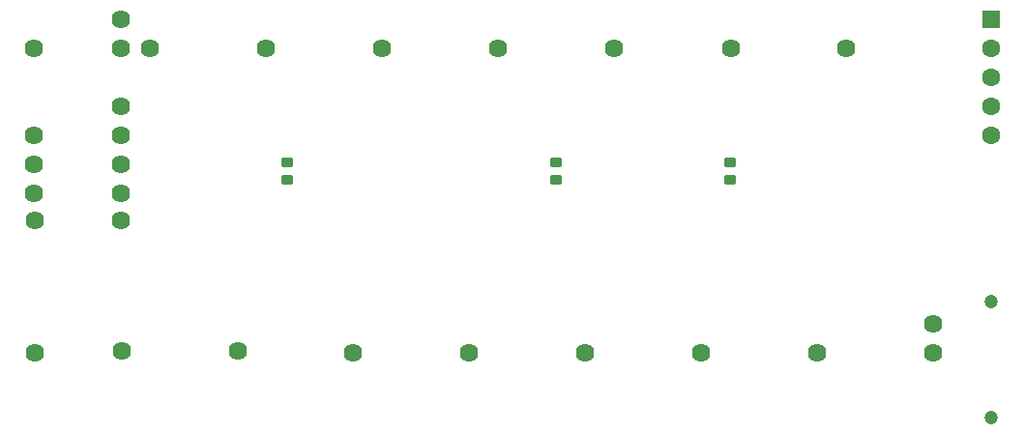
<source format=gbs>
G04 DipTrace 5.0.0.1*
G04 mem-ext-512-sip.GBS*
%MOIN*%
G04 #@! TF.FileFunction,Soldermask,Bot*
G04 #@! TF.Part,Single*
%AMOUTLINE1*
4,1,28,
-0.020276,-0.007609,
-0.020276,0.007609,
-0.01997,0.00993,
-0.019024,0.012213,
-0.01752,0.014174,
-0.01556,0.015678,
-0.013277,0.016624,
-0.010956,0.016929,
0.010956,0.016929,
0.013277,0.016624,
0.01556,0.015678,
0.01752,0.014174,
0.019024,0.012213,
0.01997,0.00993,
0.020276,0.007609,
0.020276,-0.007609,
0.01997,-0.00993,
0.019024,-0.012213,
0.01752,-0.014174,
0.01556,-0.015678,
0.013277,-0.016624,
0.010956,-0.016929,
-0.010956,-0.016929,
-0.013277,-0.016624,
-0.01556,-0.015678,
-0.01752,-0.014174,
-0.019024,-0.012213,
-0.01997,-0.00993,
-0.020276,-0.007609,
0*%
%AMOUTLINE4*
4,1,28,
0.020276,0.007609,
0.020276,-0.007609,
0.01997,-0.00993,
0.019024,-0.012213,
0.01752,-0.014174,
0.01556,-0.015678,
0.013277,-0.016624,
0.010956,-0.016929,
-0.010956,-0.016929,
-0.013277,-0.016624,
-0.01556,-0.015678,
-0.01752,-0.014174,
-0.019024,-0.012213,
-0.01997,-0.00993,
-0.020276,-0.007609,
-0.020276,0.007609,
-0.01997,0.00993,
-0.019024,0.012213,
-0.01752,0.014174,
-0.01556,0.015678,
-0.013277,0.016624,
-0.010956,0.016929,
0.010956,0.016929,
0.013277,0.016624,
0.01556,0.015678,
0.01752,0.014174,
0.019024,0.012213,
0.01997,0.00993,
0.020276,0.007609,
0*%
%ADD30C,0.062992*%
%ADD32R,0.062992X0.062992*%
%ADD34C,0.047244*%
%ADD36C,0.063937*%
%ADD40OUTLINE1*%
%ADD43OUTLINE4*%
%FSLAX26Y26*%
G04*
G70*
G90*
G75*
G01*
G04 BotMask*
%LPD*%
D40*
X2943705Y1349606D3*
D43*
Y1287795D3*
D40*
X1418703Y1349606D3*
D43*
X1418706Y1287795D3*
D40*
X2343705Y1349606D3*
D43*
Y1287795D3*
D36*
X3643701Y793701D3*
X843701Y1743701D3*
Y1243701D3*
Y1843701D3*
Y1443701D3*
X547900Y1147900D3*
X543701Y1443701D3*
Y1243701D3*
X843701Y1343701D3*
Y1543701D3*
Y1147900D3*
X543701Y1343701D3*
X2543701Y1743701D3*
X1743701D3*
X543701D3*
X943701D3*
X2143701D3*
X2947900D3*
X3343701D3*
X1343701D3*
X2843701Y693701D3*
X2043701D3*
X847900Y697900D3*
X1247900D3*
X2443701Y693701D3*
X3243701D3*
X3643701D3*
X1643701D3*
X547900D3*
D34*
X3843708Y468701D3*
X3843701Y868701D3*
D32*
X3843697Y1843701D3*
D30*
X3843699Y1743701D3*
X3843701Y1643701D3*
X3843703Y1543701D3*
X3843704Y1443701D3*
M02*

</source>
